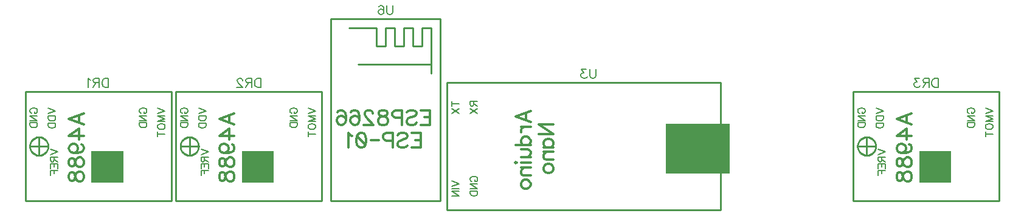
<source format=gbr>
G04 DipTrace 3.3.1.3*
G04 BottomSilk.gbr*
%MOIN*%
G04 #@! TF.FileFunction,Legend,Bot*
G04 #@! TF.Part,Single*
%ADD10C,0.009843*%
%ADD52C,0.00772*%
%ADD53C,0.012351*%
%ADD54C,0.006176*%
%FSLAX26Y26*%
G04*
G70*
G90*
G75*
G01*
G04 BotSilk*
%LPD*%
X2756200Y1218700D2*
D10*
X4256135D1*
Y518681D1*
X2756200D1*
Y1218700D1*
G36*
X3956210Y993674D2*
X4306200D1*
Y718697D1*
X3956210D1*
Y993674D1*
G37*
X443700Y1168700D2*
D10*
X1243700D1*
Y568700D1*
X443700D1*
Y1168700D1*
X468660Y868700D2*
X468782Y872186D1*
X469147Y875656D1*
X469753Y879091D1*
X470598Y882476D1*
X471678Y885794D1*
X472986Y889029D1*
X474517Y892164D1*
X476264Y895185D1*
X478217Y898078D1*
X480367Y900827D1*
X482704Y903419D1*
X485217Y905842D1*
X487892Y908085D1*
X490718Y910135D1*
X493680Y911984D1*
X496764Y913622D1*
X499955Y915041D1*
X503237Y916234D1*
X506594Y917195D1*
X510011Y917921D1*
X513469Y918406D1*
X516954Y918650D1*
X520446D1*
X523931Y918406D1*
X527389Y917921D1*
X530806Y917195D1*
X534163Y916234D1*
X537445Y915041D1*
X540636Y913622D1*
X543720Y911984D1*
X546682Y910135D1*
X549508Y908085D1*
X552183Y905842D1*
X554696Y903419D1*
X557033Y900827D1*
X559183Y898078D1*
X561136Y895185D1*
X562883Y892164D1*
X564414Y889029D1*
X565722Y885794D1*
X566802Y882476D1*
X567647Y879091D1*
X568253Y875656D1*
X568618Y872186D1*
X568740Y868700D1*
X568618Y865214D1*
X568253Y861744D1*
X567647Y858309D1*
X566802Y854924D1*
X565722Y851606D1*
X564414Y848371D1*
X562883Y845236D1*
X561136Y842215D1*
X559183Y839322D1*
X557033Y836573D1*
X554696Y833981D1*
X552183Y831558D1*
X549508Y829315D1*
X546682Y827265D1*
X543720Y825416D1*
X540636Y823778D1*
X537445Y822359D1*
X534163Y821166D1*
X530806Y820205D1*
X527389Y819479D1*
X523931Y818994D1*
X520446Y818750D1*
X516954D1*
X513469Y818994D1*
X510011Y819479D1*
X506594Y820205D1*
X503237Y821166D1*
X499955Y822359D1*
X496764Y823778D1*
X493680Y825416D1*
X490718Y827265D1*
X487892Y829315D1*
X485217Y831558D1*
X482704Y833981D1*
X480367Y836573D1*
X478217Y839322D1*
X476264Y842215D1*
X474517Y845236D1*
X472986Y848371D1*
X471678Y851606D1*
X470598Y854924D1*
X469753Y858309D1*
X469147Y861744D1*
X468782Y865214D1*
X468660Y868700D1*
X568740D1*
X518740Y918680D2*
Y818720D1*
G36*
X806180Y843680D2*
X981220D1*
Y668720D1*
X806180D1*
Y843680D1*
G37*
X1268700Y1168700D2*
D10*
X2068700D1*
Y568700D1*
X1268700D1*
Y1168700D1*
X1293660Y868700D2*
X1293782Y872186D1*
X1294147Y875656D1*
X1294753Y879091D1*
X1295598Y882476D1*
X1296678Y885794D1*
X1297986Y889029D1*
X1299517Y892164D1*
X1301264Y895185D1*
X1303217Y898078D1*
X1305367Y900827D1*
X1307704Y903419D1*
X1310217Y905842D1*
X1312892Y908085D1*
X1315718Y910135D1*
X1318680Y911984D1*
X1321764Y913622D1*
X1324955Y915041D1*
X1328237Y916234D1*
X1331594Y917195D1*
X1335011Y917921D1*
X1338469Y918406D1*
X1341954Y918650D1*
X1345446D1*
X1348931Y918406D1*
X1352389Y917921D1*
X1355806Y917195D1*
X1359163Y916234D1*
X1362445Y915041D1*
X1365636Y913622D1*
X1368720Y911984D1*
X1371682Y910135D1*
X1374508Y908085D1*
X1377183Y905842D1*
X1379696Y903419D1*
X1382033Y900827D1*
X1384183Y898078D1*
X1386136Y895185D1*
X1387883Y892164D1*
X1389414Y889029D1*
X1390722Y885794D1*
X1391802Y882476D1*
X1392647Y879091D1*
X1393253Y875656D1*
X1393618Y872186D1*
X1393740Y868700D1*
X1393618Y865214D1*
X1393253Y861744D1*
X1392647Y858309D1*
X1391802Y854924D1*
X1390722Y851606D1*
X1389414Y848371D1*
X1387883Y845236D1*
X1386136Y842215D1*
X1384183Y839322D1*
X1382033Y836573D1*
X1379696Y833981D1*
X1377183Y831558D1*
X1374508Y829315D1*
X1371682Y827265D1*
X1368720Y825416D1*
X1365636Y823778D1*
X1362445Y822359D1*
X1359163Y821166D1*
X1355806Y820205D1*
X1352389Y819479D1*
X1348931Y818994D1*
X1345446Y818750D1*
X1341954D1*
X1338469Y818994D1*
X1335011Y819479D1*
X1331594Y820205D1*
X1328237Y821166D1*
X1324955Y822359D1*
X1321764Y823778D1*
X1318680Y825416D1*
X1315718Y827265D1*
X1312892Y829315D1*
X1310217Y831558D1*
X1307704Y833981D1*
X1305367Y836573D1*
X1303217Y839322D1*
X1301264Y842215D1*
X1299517Y845236D1*
X1297986Y848371D1*
X1296678Y851606D1*
X1295598Y854924D1*
X1294753Y858309D1*
X1294147Y861744D1*
X1293782Y865214D1*
X1293660Y868700D1*
X1393740D1*
X1343740Y918680D2*
Y818720D1*
G36*
X1631180Y843680D2*
X1806220D1*
Y668720D1*
X1631180D1*
Y843680D1*
G37*
X4981200Y1168700D2*
D10*
X5781200D1*
Y568700D1*
X4981200D1*
Y1168700D1*
X5006160Y868700D2*
X5006282Y872186D1*
X5006647Y875656D1*
X5007253Y879091D1*
X5008098Y882476D1*
X5009178Y885794D1*
X5010486Y889029D1*
X5012017Y892164D1*
X5013764Y895185D1*
X5015717Y898078D1*
X5017867Y900827D1*
X5020204Y903419D1*
X5022717Y905842D1*
X5025392Y908085D1*
X5028218Y910135D1*
X5031180Y911984D1*
X5034264Y913622D1*
X5037455Y915041D1*
X5040737Y916234D1*
X5044094Y917195D1*
X5047511Y917921D1*
X5050969Y918406D1*
X5054454Y918650D1*
X5057946D1*
X5061431Y918406D1*
X5064889Y917921D1*
X5068306Y917195D1*
X5071663Y916234D1*
X5074945Y915041D1*
X5078136Y913622D1*
X5081220Y911984D1*
X5084182Y910135D1*
X5087008Y908085D1*
X5089683Y905842D1*
X5092196Y903419D1*
X5094533Y900827D1*
X5096683Y898078D1*
X5098636Y895185D1*
X5100383Y892164D1*
X5101914Y889029D1*
X5103222Y885794D1*
X5104302Y882476D1*
X5105147Y879091D1*
X5105753Y875656D1*
X5106118Y872186D1*
X5106240Y868700D1*
X5106118Y865214D1*
X5105753Y861744D1*
X5105147Y858309D1*
X5104302Y854924D1*
X5103222Y851606D1*
X5101914Y848371D1*
X5100383Y845236D1*
X5098636Y842215D1*
X5096683Y839322D1*
X5094533Y836573D1*
X5092196Y833981D1*
X5089683Y831558D1*
X5087008Y829315D1*
X5084182Y827265D1*
X5081220Y825416D1*
X5078136Y823778D1*
X5074945Y822359D1*
X5071663Y821166D1*
X5068306Y820205D1*
X5064889Y819479D1*
X5061431Y818994D1*
X5057946Y818750D1*
X5054454D1*
X5050969Y818994D1*
X5047511Y819479D1*
X5044094Y820205D1*
X5040737Y821166D1*
X5037455Y822359D1*
X5034264Y823778D1*
X5031180Y825416D1*
X5028218Y827265D1*
X5025392Y829315D1*
X5022717Y831558D1*
X5020204Y833981D1*
X5017867Y836573D1*
X5015717Y839322D1*
X5013764Y842215D1*
X5012017Y845236D1*
X5010486Y848371D1*
X5009178Y851606D1*
X5008098Y854924D1*
X5007253Y858309D1*
X5006647Y861744D1*
X5006282Y865214D1*
X5006160Y868700D1*
X5106240D1*
X5056240Y918680D2*
Y818720D1*
G36*
X5343680Y843680D2*
X5518720D1*
Y668720D1*
X5343680D1*
Y843680D1*
G37*
X2718700Y568700D2*
D10*
X2118700D1*
Y1568700D1*
X2718700D1*
Y568700D1*
X2218720Y1518700D2*
X2368720D1*
Y1418700D1*
X2418700D1*
Y1518700D1*
X2468680D1*
Y1418700D1*
X2518720D1*
Y1518700D1*
X2568700D1*
Y1418700D1*
X2618680D1*
Y1518700D1*
X2668720D1*
Y1318700D1*
X2268700D1*
X2668720D2*
Y1268700D1*
X3572413Y1291923D2*
D52*
Y1256053D1*
X3570036Y1248868D1*
X3565228Y1244115D1*
X3558043Y1241683D1*
X3553290D1*
X3546105Y1244115D1*
X3541296Y1248868D1*
X3538920Y1256053D1*
Y1291923D1*
X3518672Y1291868D2*
X3492419D1*
X3506734Y1272745D1*
X3499549D1*
X3494795Y1270368D1*
X3492419Y1267991D1*
X3489987Y1260806D1*
Y1256053D1*
X3492419Y1248868D1*
X3497172Y1244060D1*
X3504357Y1241683D1*
X3511542D1*
X3518672Y1244060D1*
X3521049Y1246492D1*
X3523480Y1251245D1*
X898629Y1241923D2*
Y1191683D1*
X881883D1*
X874698Y1194115D1*
X869889Y1198868D1*
X867513Y1203677D1*
X865136Y1210806D1*
Y1222800D1*
X867513Y1229985D1*
X869889Y1234738D1*
X874698Y1239546D1*
X881883Y1241923D1*
X898629D1*
X849697Y1217991D2*
X828197D1*
X821012Y1220423D1*
X818580Y1222800D1*
X816203Y1227553D1*
Y1232361D1*
X818580Y1237115D1*
X821012Y1239546D1*
X828197Y1241923D1*
X849697D1*
Y1191683D1*
X832950Y1217991D2*
X816203Y1191683D1*
X800764Y1232306D2*
X795956Y1234738D1*
X788771Y1241868D1*
Y1191683D1*
X1734379Y1241923D2*
Y1191683D1*
X1717633D1*
X1710448Y1194115D1*
X1705639Y1198868D1*
X1703263Y1203677D1*
X1700886Y1210806D1*
Y1222800D1*
X1703263Y1229985D1*
X1705639Y1234738D1*
X1710448Y1239546D1*
X1717633Y1241923D1*
X1734379D1*
X1685447Y1217991D2*
X1663947D1*
X1656762Y1220423D1*
X1654330Y1222800D1*
X1651953Y1227553D1*
Y1232361D1*
X1654330Y1237115D1*
X1656762Y1239546D1*
X1663947Y1241923D1*
X1685447D1*
Y1191683D1*
X1668700Y1217991D2*
X1651953Y1191683D1*
X1634082Y1229930D2*
Y1232306D1*
X1631706Y1237115D1*
X1629329Y1239491D1*
X1624521Y1241868D1*
X1614959D1*
X1610206Y1239491D1*
X1607829Y1237115D1*
X1605397Y1232306D1*
Y1227553D1*
X1607829Y1222745D1*
X1612582Y1215615D1*
X1636514Y1191683D1*
X1603021D1*
X5446879Y1241923D2*
Y1191683D1*
X5430133D1*
X5422948Y1194115D1*
X5418139Y1198868D1*
X5415763Y1203677D1*
X5413386Y1210806D1*
Y1222800D1*
X5415763Y1229985D1*
X5418139Y1234738D1*
X5422948Y1239546D1*
X5430133Y1241923D1*
X5446879D1*
X5397947Y1217991D2*
X5376447D1*
X5369262Y1220423D1*
X5366830Y1222800D1*
X5364453Y1227553D1*
Y1232361D1*
X5366830Y1237115D1*
X5369262Y1239546D1*
X5376447Y1241923D1*
X5397947D1*
Y1191683D1*
X5381200Y1217991D2*
X5364453Y1191683D1*
X5344206Y1241868D2*
X5317953D1*
X5332267Y1222745D1*
X5325082D1*
X5320329Y1220368D1*
X5317953Y1217991D1*
X5315521Y1210806D1*
Y1206053D1*
X5317953Y1198868D1*
X5322706Y1194060D1*
X5329891Y1191683D1*
X5337076D1*
X5344206Y1194060D1*
X5346582Y1196492D1*
X5349014Y1201245D1*
X2458697Y1641923D2*
Y1606053D1*
X2456320Y1598868D1*
X2451512Y1594115D1*
X2444327Y1591683D1*
X2439574D1*
X2432389Y1594115D1*
X2427580Y1598868D1*
X2425204Y1606053D1*
Y1641923D1*
X2381080Y1634738D2*
X2383456Y1639491D1*
X2390641Y1641868D1*
X2395394D1*
X2402579Y1639491D1*
X2407388Y1632306D1*
X2409764Y1620368D1*
Y1608430D1*
X2407388Y1598868D1*
X2402579Y1594060D1*
X2395394Y1591683D1*
X2393018D1*
X2385888Y1594060D1*
X2381080Y1598868D1*
X2378703Y1606053D1*
Y1608430D1*
X2381080Y1615615D1*
X2385888Y1620368D1*
X2393018Y1622745D1*
X2395394D1*
X2402579Y1620368D1*
X2407388Y1615615D1*
X2409764Y1608430D1*
X3213708Y1001229D2*
D53*
X3133324Y1031914D1*
X3213708Y1062511D1*
X3186913Y1051015D2*
Y1012725D1*
X3160119Y976526D2*
X3213708D1*
X3183111D2*
X3171615Y972635D1*
X3163921Y965030D1*
X3160119Y957336D1*
Y945840D1*
X3133324Y875241D2*
X3213708D1*
X3171615D2*
X3163921Y882847D1*
X3160119Y890540D1*
Y902036D1*
X3163921Y909641D1*
X3171615Y917335D1*
X3183111Y921137D1*
X3190716D1*
X3202212Y917335D1*
X3209817Y909641D1*
X3213708Y902036D1*
Y890540D1*
X3209817Y882847D1*
X3202212Y875241D1*
X3160119Y850539D2*
X3198409D1*
X3209817Y846736D1*
X3213708Y839043D1*
Y827547D1*
X3209817Y819941D1*
X3198409Y808445D1*
X3160119D2*
X3213708D1*
X3133324Y783743D2*
X3137127Y779940D1*
X3133324Y776049D1*
X3129433Y779940D1*
X3133324Y783743D1*
X3160119Y779940D2*
X3213708D1*
X3160119Y751346D2*
X3213708D1*
X3175417D2*
X3163921Y739850D1*
X3160119Y732157D1*
Y720749D1*
X3163921Y713056D1*
X3175417Y709253D1*
X3213708D1*
X3160119Y665449D2*
X3163921Y673054D1*
X3171615Y680748D1*
X3183111Y684550D1*
X3190716D1*
X3202212Y680748D1*
X3209817Y673054D1*
X3213708Y665449D1*
Y653953D1*
X3209817Y646260D1*
X3202212Y638655D1*
X3190716Y634764D1*
X3183111D1*
X3171615Y638655D1*
X3163921Y646260D1*
X3160119Y653953D1*
Y665449D1*
X3258409Y933939D2*
X3338793D1*
X3258409Y987528D1*
X3338793D1*
X3285204Y863340D2*
X3338793D1*
X3296700D2*
X3289006Y870945D1*
X3285204Y878639D1*
Y890046D1*
X3289006Y897740D1*
X3296700Y905345D1*
X3308196Y909236D1*
X3315801D1*
X3327297Y905345D1*
X3334902Y897740D1*
X3338793Y890046D1*
Y878639D1*
X3334902Y870945D1*
X3327297Y863340D1*
X3285204Y838637D2*
X3338793D1*
X3300502D2*
X3289006Y827141D1*
X3285204Y819448D1*
Y808040D1*
X3289006Y800347D1*
X3300502Y796544D1*
X3338793D1*
X3285204Y752740D2*
X3289006Y760345D1*
X3296700Y768039D1*
X3308196Y771841D1*
X3315801D1*
X3327297Y768039D1*
X3334902Y760345D1*
X3338793Y752740D1*
Y741244D1*
X3334902Y733551D1*
X3327297Y725945D1*
X3315801Y722055D1*
X3308196D1*
X3296700Y725945D1*
X3289006Y733551D1*
X3285204Y741244D1*
Y752740D1*
X2782322Y678121D2*
D54*
X2822514Y662823D1*
X2782322Y647524D1*
Y635173D2*
X2822514D1*
X2782322Y596027D2*
X2822514D1*
X2782322Y622821D1*
X2822514D1*
X2891848Y674460D2*
X2888045Y676361D1*
X2884198Y680208D1*
X2882297Y684010D1*
Y691659D1*
X2884198Y695506D1*
X2888045Y699309D1*
X2891848Y701254D1*
X2897596Y703155D1*
X2907190D1*
X2912894Y701254D1*
X2916741Y699309D1*
X2920543Y695506D1*
X2922489Y691659D1*
Y684010D1*
X2920543Y680208D1*
X2916741Y676361D1*
X2912894Y674460D1*
X2907190D1*
Y684010D1*
X2882297Y635314D2*
X2922489Y635313D1*
X2882297Y662108D1*
X2922489D1*
X2882297Y622962D2*
X2922489D1*
Y609565D1*
X2920544Y603817D1*
X2916741Y599970D1*
X2912894Y598069D1*
X2907190Y596168D1*
X2897596D1*
X2891848Y598069D1*
X2888045Y599970D1*
X2884198Y603817D1*
X2882297Y609565D1*
Y622962D1*
X2782322Y1102215D2*
X2822514D1*
X2782322Y1115613D2*
Y1088818D1*
Y1076467D2*
X2822514Y1049672D1*
X2782322D2*
X2822514Y1076466D1*
X2901442Y1115613D2*
Y1098413D1*
X2899497Y1092665D1*
X2897596Y1090719D1*
X2893793Y1088818D1*
X2889946D1*
X2886144Y1090719D1*
X2884198Y1092665D1*
X2882297Y1098413D1*
Y1115613D1*
X2922489D1*
X2901442Y1102215D2*
X2922489Y1088818D1*
X2882297Y1076467D2*
X2922489Y1049672D1*
X2882297D2*
X2922489Y1076466D1*
X479298Y1049440D2*
X475495Y1051341D1*
X471648Y1055188D1*
X469747Y1058991D1*
Y1066640D1*
X471648Y1070487D1*
X475495Y1074289D1*
X479298Y1076235D1*
X485046Y1078136D1*
X494640D1*
X500344Y1076235D1*
X504191Y1074289D1*
X507993Y1070487D1*
X509939Y1066640D1*
Y1058991D1*
X507993Y1055188D1*
X504191Y1051341D1*
X500344Y1049440D1*
X494640D1*
Y1058991D1*
X469747Y1010294D2*
X509939D1*
X469747Y1037089D1*
X509939D1*
X469747Y997943D2*
X509939D1*
Y984545D1*
X507994Y978797D1*
X504191Y974951D1*
X500344Y973049D1*
X494640Y971148D1*
X485046D1*
X479298Y973049D1*
X475495Y974951D1*
X471648Y978797D1*
X469747Y984545D1*
Y997943D1*
X582307Y853137D2*
X622499Y837838D1*
X582307Y822539D1*
X601452Y810188D2*
Y792988D1*
X599507Y787240D1*
X597606Y785295D1*
X593803Y783393D1*
X589956D1*
X586154Y785295D1*
X584208Y787240D1*
X582307Y792988D1*
Y810188D1*
X622499D1*
X601452Y796791D2*
X622499Y783393D1*
X582307Y746193D2*
Y771042D1*
X622499D1*
Y746193D1*
X601452Y771042D2*
Y755743D1*
X582307Y708948D2*
Y733841D1*
X622499D1*
X601452D2*
Y718543D1*
X569747Y1078117D2*
X609939Y1062819D1*
X569747Y1047520D1*
Y1035169D2*
X609939D1*
Y1021771D1*
X607994Y1016023D1*
X604191Y1012176D1*
X600344Y1010275D1*
X594640Y1008374D1*
X585046D1*
X579298Y1010275D1*
X575495Y1012177D1*
X571648Y1016023D1*
X569747Y1021771D1*
Y1035169D1*
Y996023D2*
X609939D1*
Y982625D1*
X607994Y976877D1*
X604191Y973031D1*
X600344Y971129D1*
X594640Y969228D1*
X585046D1*
X579298Y971129D1*
X575495Y973031D1*
X571648Y976877D1*
X569747Y982625D1*
Y996023D1*
X763698Y988727D2*
D53*
X683314Y1019413D1*
X763698Y1050010D1*
X736903Y1038514D2*
Y1000223D1*
X763698Y925734D2*
X683402D1*
X736903Y964025D1*
Y906633D1*
X710109Y832143D2*
X721605Y836034D1*
X729298Y843639D1*
X733101Y855135D1*
Y858938D1*
X729298Y870434D1*
X721605Y878039D1*
X710109Y881930D1*
X706306D1*
X694810Y878039D1*
X687205Y870434D1*
X683402Y858938D1*
Y855135D1*
X687205Y843639D1*
X694810Y836034D1*
X710109Y832143D1*
X729298D1*
X748399Y836034D1*
X759895Y843639D1*
X763698Y855135D1*
Y862740D1*
X759895Y874236D1*
X752202Y878039D1*
X683402Y788339D2*
X687205Y799747D1*
X694810Y803638D1*
X702504D1*
X710109Y799747D1*
X714000Y792142D1*
X717802Y776843D1*
X721605Y765347D1*
X729298Y757742D1*
X736903Y753939D1*
X748399D1*
X756004Y757742D1*
X759895Y761545D1*
X763698Y773041D1*
Y788339D1*
X759895Y799747D1*
X756004Y803638D1*
X748399Y807440D1*
X736903D1*
X729298Y803638D1*
X721605Y795944D1*
X717802Y784537D1*
X714000Y769238D1*
X710109Y761545D1*
X702504Y757742D1*
X694810D1*
X687205Y761545D1*
X683402Y773041D1*
Y788339D1*
Y710136D2*
X687205Y721543D1*
X694810Y725434D1*
X702504D1*
X710109Y721543D1*
X714000Y713938D1*
X717802Y698640D1*
X721605Y687143D1*
X729298Y679538D1*
X736903Y675736D1*
X748399D1*
X756004Y679538D1*
X759895Y683341D1*
X763698Y694837D1*
Y710136D1*
X759895Y721543D1*
X756004Y725434D1*
X748399Y729237D1*
X736903D1*
X729298Y725434D1*
X721605Y717741D1*
X717802Y706333D1*
X714000Y691034D1*
X710109Y683341D1*
X702503Y679538D1*
X694810D1*
X687205Y683341D1*
X683402Y694837D1*
Y710136D1*
X1079298Y1049440D2*
D54*
X1075495Y1051341D1*
X1071648Y1055188D1*
X1069747Y1058991D1*
Y1066640D1*
X1071648Y1070487D1*
X1075495Y1074289D1*
X1079298Y1076235D1*
X1085046Y1078136D1*
X1094640D1*
X1100344Y1076235D1*
X1104191Y1074289D1*
X1107993Y1070487D1*
X1109939Y1066640D1*
Y1058991D1*
X1107993Y1055188D1*
X1104191Y1051341D1*
X1100344Y1049440D1*
X1094640D1*
Y1058991D1*
X1069747Y1010294D2*
X1109939D1*
X1069747Y1037089D1*
X1109939D1*
X1069747Y997943D2*
X1109939D1*
Y984545D1*
X1107994Y978797D1*
X1104191Y974951D1*
X1100344Y973049D1*
X1094640Y971148D1*
X1085046D1*
X1079298Y973049D1*
X1075495Y974951D1*
X1071648Y978797D1*
X1069747Y984545D1*
Y997943D1*
X1169747Y1078128D2*
X1209939Y1062830D1*
X1169747Y1047531D1*
X1209939Y1004583D2*
X1169747D1*
X1209939Y1019881D1*
X1169747Y1035180D1*
X1209939D1*
X1169747Y980735D2*
X1171648Y984582D1*
X1175495Y988384D1*
X1179298Y990330D1*
X1185046Y992231D1*
X1194640D1*
X1200344Y990330D1*
X1204191Y988384D1*
X1207994Y984582D1*
X1209939Y980735D1*
Y973086D1*
X1207994Y969283D1*
X1204191Y965436D1*
X1200344Y963535D1*
X1194640Y961634D1*
X1185046D1*
X1179298Y963535D1*
X1175495Y965437D1*
X1171648Y969283D1*
X1169747Y973086D1*
Y980735D1*
Y935885D2*
X1209939D1*
X1169747Y949283D2*
Y922488D1*
X1304298Y1049440D2*
X1300495Y1051341D1*
X1296648Y1055188D1*
X1294747Y1058991D1*
Y1066640D1*
X1296648Y1070487D1*
X1300495Y1074289D1*
X1304298Y1076235D1*
X1310046Y1078136D1*
X1319640D1*
X1325344Y1076235D1*
X1329191Y1074289D1*
X1332993Y1070487D1*
X1334939Y1066640D1*
Y1058991D1*
X1332993Y1055188D1*
X1329191Y1051341D1*
X1325344Y1049440D1*
X1319640D1*
Y1058991D1*
X1294747Y1010294D2*
X1334939D1*
X1294747Y1037089D1*
X1334939D1*
X1294747Y997943D2*
X1334939D1*
Y984545D1*
X1332994Y978797D1*
X1329191Y974951D1*
X1325344Y973049D1*
X1319640Y971148D1*
X1310046D1*
X1304298Y973049D1*
X1300495Y974951D1*
X1296648Y978797D1*
X1294747Y984545D1*
Y997943D1*
X1407307Y853137D2*
X1447499Y837838D1*
X1407307Y822539D1*
X1426452Y810188D2*
Y792988D1*
X1424507Y787240D1*
X1422606Y785295D1*
X1418803Y783393D1*
X1414956D1*
X1411154Y785295D1*
X1409208Y787240D1*
X1407307Y792988D1*
Y810188D1*
X1447499D1*
X1426452Y796791D2*
X1447499Y783393D1*
X1407307Y746193D2*
Y771042D1*
X1447499D1*
Y746193D1*
X1426452Y771042D2*
Y755743D1*
X1407307Y708948D2*
Y733841D1*
X1447499D1*
X1426452D2*
Y718543D1*
X1394747Y1078117D2*
X1434939Y1062819D1*
X1394747Y1047520D1*
Y1035169D2*
X1434939D1*
Y1021771D1*
X1432994Y1016023D1*
X1429191Y1012176D1*
X1425344Y1010275D1*
X1419640Y1008374D1*
X1410046D1*
X1404298Y1010275D1*
X1400495Y1012177D1*
X1396648Y1016023D1*
X1394747Y1021771D1*
Y1035169D1*
Y996023D2*
X1434939D1*
Y982625D1*
X1432994Y976877D1*
X1429191Y973031D1*
X1425344Y971129D1*
X1419640Y969228D1*
X1410046D1*
X1404298Y971129D1*
X1400495Y973031D1*
X1396648Y976877D1*
X1394747Y982625D1*
Y996023D1*
X1588698Y988727D2*
D53*
X1508314Y1019413D1*
X1588698Y1050010D1*
X1561903Y1038514D2*
Y1000223D1*
X1588698Y925734D2*
X1508402D1*
X1561903Y964025D1*
Y906633D1*
X1535109Y832143D2*
X1546605Y836034D1*
X1554298Y843639D1*
X1558101Y855135D1*
Y858938D1*
X1554298Y870434D1*
X1546605Y878039D1*
X1535109Y881930D1*
X1531306D1*
X1519810Y878039D1*
X1512205Y870434D1*
X1508402Y858938D1*
Y855135D1*
X1512205Y843639D1*
X1519810Y836034D1*
X1535109Y832143D1*
X1554298D1*
X1573399Y836034D1*
X1584895Y843639D1*
X1588698Y855135D1*
Y862740D1*
X1584895Y874236D1*
X1577202Y878039D1*
X1508402Y788339D2*
X1512205Y799747D1*
X1519810Y803638D1*
X1527504D1*
X1535109Y799747D1*
X1539000Y792142D1*
X1542802Y776843D1*
X1546605Y765347D1*
X1554298Y757742D1*
X1561903Y753939D1*
X1573399D1*
X1581004Y757742D1*
X1584895Y761545D1*
X1588698Y773041D1*
Y788339D1*
X1584895Y799747D1*
X1581004Y803638D1*
X1573399Y807440D1*
X1561903D1*
X1554298Y803638D1*
X1546605Y795944D1*
X1542802Y784537D1*
X1539000Y769238D1*
X1535109Y761545D1*
X1527504Y757742D1*
X1519810D1*
X1512205Y761545D1*
X1508402Y773041D1*
Y788339D1*
Y710136D2*
X1512205Y721543D1*
X1519810Y725434D1*
X1527504D1*
X1535109Y721543D1*
X1539000Y713938D1*
X1542802Y698640D1*
X1546605Y687143D1*
X1554298Y679538D1*
X1561903Y675736D1*
X1573399D1*
X1581004Y679538D1*
X1584895Y683341D1*
X1588698Y694837D1*
Y710136D1*
X1584895Y721543D1*
X1581004Y725434D1*
X1573399Y729237D1*
X1561903D1*
X1554298Y725434D1*
X1546605Y717741D1*
X1542802Y706333D1*
X1539000Y691034D1*
X1535109Y683341D1*
X1527503Y679538D1*
X1519810D1*
X1512205Y683341D1*
X1508402Y694837D1*
Y710136D1*
X1904298Y1049440D2*
D54*
X1900495Y1051341D1*
X1896648Y1055188D1*
X1894747Y1058991D1*
Y1066640D1*
X1896648Y1070487D1*
X1900495Y1074289D1*
X1904298Y1076235D1*
X1910046Y1078136D1*
X1919640D1*
X1925344Y1076235D1*
X1929191Y1074289D1*
X1932993Y1070487D1*
X1934939Y1066640D1*
Y1058991D1*
X1932993Y1055188D1*
X1929191Y1051341D1*
X1925344Y1049440D1*
X1919640D1*
Y1058991D1*
X1894747Y1010294D2*
X1934939D1*
X1894747Y1037089D1*
X1934939D1*
X1894747Y997943D2*
X1934939D1*
Y984545D1*
X1932994Y978797D1*
X1929191Y974951D1*
X1925344Y973049D1*
X1919640Y971148D1*
X1910046D1*
X1904298Y973049D1*
X1900495Y974951D1*
X1896648Y978797D1*
X1894747Y984545D1*
Y997943D1*
X1994747Y1078128D2*
X2034939Y1062830D1*
X1994747Y1047531D1*
X2034939Y1004583D2*
X1994747D1*
X2034939Y1019881D1*
X1994747Y1035180D1*
X2034939D1*
X1994747Y980735D2*
X1996648Y984582D1*
X2000495Y988384D1*
X2004298Y990330D1*
X2010046Y992231D1*
X2019640D1*
X2025344Y990330D1*
X2029191Y988384D1*
X2032994Y984582D1*
X2034939Y980735D1*
Y973086D1*
X2032994Y969283D1*
X2029191Y965436D1*
X2025344Y963535D1*
X2019640Y961634D1*
X2010046D1*
X2004298Y963535D1*
X2000495Y965437D1*
X1996648Y969283D1*
X1994747Y973086D1*
Y980735D1*
Y935885D2*
X2034939D1*
X1994747Y949283D2*
Y922488D1*
X5016798Y1049440D2*
X5012995Y1051341D1*
X5009148Y1055188D1*
X5007247Y1058991D1*
Y1066640D1*
X5009148Y1070487D1*
X5012995Y1074289D1*
X5016798Y1076235D1*
X5022546Y1078136D1*
X5032140D1*
X5037844Y1076235D1*
X5041691Y1074289D1*
X5045493Y1070487D1*
X5047439Y1066640D1*
Y1058991D1*
X5045493Y1055188D1*
X5041691Y1051341D1*
X5037844Y1049440D1*
X5032140D1*
Y1058991D1*
X5007247Y1010294D2*
X5047439D1*
X5007247Y1037089D1*
X5047439D1*
X5007247Y997943D2*
X5047439D1*
Y984545D1*
X5045494Y978797D1*
X5041691Y974951D1*
X5037844Y973049D1*
X5032140Y971148D1*
X5022546D1*
X5016798Y973049D1*
X5012995Y974951D1*
X5009148Y978797D1*
X5007247Y984545D1*
Y997943D1*
X5119807Y853137D2*
X5159999Y837838D1*
X5119807Y822539D1*
X5138952Y810188D2*
Y792988D1*
X5137007Y787240D1*
X5135106Y785295D1*
X5131303Y783393D1*
X5127456D1*
X5123654Y785295D1*
X5121708Y787240D1*
X5119807Y792988D1*
Y810188D1*
X5159999D1*
X5138952Y796791D2*
X5159999Y783393D1*
X5119807Y746193D2*
Y771042D1*
X5159999D1*
Y746193D1*
X5138952Y771042D2*
Y755743D1*
X5119807Y708948D2*
Y733841D1*
X5159999D1*
X5138952D2*
Y718543D1*
X5107247Y1078117D2*
X5147439Y1062819D1*
X5107247Y1047520D1*
Y1035169D2*
X5147439D1*
Y1021771D1*
X5145494Y1016023D1*
X5141691Y1012176D1*
X5137844Y1010275D1*
X5132140Y1008374D1*
X5122546D1*
X5116798Y1010275D1*
X5112995Y1012177D1*
X5109148Y1016023D1*
X5107247Y1021771D1*
Y1035169D1*
Y996023D2*
X5147439D1*
Y982625D1*
X5145494Y976877D1*
X5141691Y973031D1*
X5137844Y971129D1*
X5132140Y969228D1*
X5122546D1*
X5116798Y971129D1*
X5112995Y973031D1*
X5109148Y976877D1*
X5107247Y982625D1*
Y996023D1*
X5301198Y988727D2*
D53*
X5220814Y1019413D1*
X5301198Y1050010D1*
X5274403Y1038514D2*
Y1000223D1*
X5301198Y925734D2*
X5220902D1*
X5274403Y964025D1*
Y906633D1*
X5247609Y832143D2*
X5259105Y836034D1*
X5266798Y843639D1*
X5270601Y855135D1*
Y858938D1*
X5266798Y870434D1*
X5259105Y878039D1*
X5247609Y881930D1*
X5243806D1*
X5232310Y878039D1*
X5224705Y870434D1*
X5220902Y858938D1*
Y855135D1*
X5224705Y843639D1*
X5232310Y836034D1*
X5247609Y832143D1*
X5266798D1*
X5285899Y836034D1*
X5297395Y843639D1*
X5301198Y855135D1*
Y862740D1*
X5297395Y874236D1*
X5289702Y878039D1*
X5220902Y788339D2*
X5224705Y799747D1*
X5232310Y803638D1*
X5240004D1*
X5247609Y799747D1*
X5251500Y792142D1*
X5255302Y776843D1*
X5259105Y765347D1*
X5266798Y757742D1*
X5274403Y753939D1*
X5285899D1*
X5293504Y757742D1*
X5297395Y761545D1*
X5301198Y773041D1*
Y788339D1*
X5297395Y799747D1*
X5293504Y803638D1*
X5285899Y807440D1*
X5274403D1*
X5266798Y803638D1*
X5259105Y795944D1*
X5255302Y784537D1*
X5251500Y769238D1*
X5247609Y761545D1*
X5240004Y757742D1*
X5232310D1*
X5224705Y761545D1*
X5220902Y773041D1*
Y788339D1*
Y710136D2*
X5224705Y721543D1*
X5232310Y725434D1*
X5240004D1*
X5247609Y721543D1*
X5251500Y713938D1*
X5255302Y698640D1*
X5259105Y687143D1*
X5266798Y679538D1*
X5274403Y675736D1*
X5285899D1*
X5293504Y679538D1*
X5297395Y683341D1*
X5301198Y694837D1*
Y710136D1*
X5297395Y721543D1*
X5293504Y725434D1*
X5285899Y729237D1*
X5274403D1*
X5266798Y725434D1*
X5259105Y717741D1*
X5255302Y706333D1*
X5251500Y691034D1*
X5247609Y683341D1*
X5240003Y679538D1*
X5232310D1*
X5224705Y683341D1*
X5220902Y694837D1*
Y710136D1*
X5616798Y1049440D2*
D54*
X5612995Y1051341D1*
X5609148Y1055188D1*
X5607247Y1058991D1*
Y1066640D1*
X5609148Y1070487D1*
X5612995Y1074289D1*
X5616798Y1076235D1*
X5622546Y1078136D1*
X5632140D1*
X5637844Y1076235D1*
X5641691Y1074289D1*
X5645493Y1070487D1*
X5647439Y1066640D1*
Y1058991D1*
X5645493Y1055188D1*
X5641691Y1051341D1*
X5637844Y1049440D1*
X5632140D1*
Y1058991D1*
X5607247Y1010294D2*
X5647439D1*
X5607247Y1037089D1*
X5647439D1*
X5607247Y997943D2*
X5647439D1*
Y984545D1*
X5645494Y978797D1*
X5641691Y974951D1*
X5637844Y973049D1*
X5632140Y971148D1*
X5622546D1*
X5616798Y973049D1*
X5612995Y974951D1*
X5609148Y978797D1*
X5607247Y984545D1*
Y997943D1*
X5707247Y1078128D2*
X5747439Y1062830D1*
X5707247Y1047531D1*
X5747439Y1004583D2*
X5707247D1*
X5747439Y1019881D1*
X5707247Y1035180D1*
X5747439D1*
X5707247Y980735D2*
X5709148Y984582D1*
X5712995Y988384D1*
X5716798Y990330D1*
X5722546Y992231D1*
X5732140D1*
X5737844Y990330D1*
X5741691Y988384D1*
X5745494Y984582D1*
X5747439Y980735D1*
Y973086D1*
X5745494Y969283D1*
X5741691Y965436D1*
X5737844Y963535D1*
X5732140Y961634D1*
X5722546D1*
X5716798Y963535D1*
X5712995Y965437D1*
X5709148Y969283D1*
X5707247Y973086D1*
Y980735D1*
Y935885D2*
X5747439D1*
X5707247Y949283D2*
Y922488D1*
X2612858Y1066566D2*
D53*
X2662556D1*
Y986182D1*
X2612858D1*
X2662556Y1028275D2*
X2631959D1*
X2534566Y1055070D2*
X2542171Y1062764D1*
X2553667Y1066566D1*
X2568966D1*
X2580462Y1062764D1*
X2588155Y1055070D1*
Y1047465D1*
X2584264Y1039771D1*
X2580462Y1035969D1*
X2572857Y1032166D1*
X2549865Y1024473D1*
X2542171Y1020670D1*
X2538369Y1016779D1*
X2534566Y1009174D1*
Y997678D1*
X2542171Y990073D1*
X2553667Y986182D1*
X2568966D1*
X2580462Y990073D1*
X2588155Y997678D1*
X2509863Y1024473D2*
X2475375D1*
X2463967Y1028275D1*
X2460076Y1032166D1*
X2456274Y1039771D1*
Y1051267D1*
X2460076Y1058873D1*
X2463967Y1062764D1*
X2475375Y1066566D1*
X2509863D1*
Y986182D1*
X2412470Y1066478D2*
X2423878Y1062675D1*
X2427769Y1055070D1*
Y1047377D1*
X2423878Y1039771D1*
X2416272Y1035880D1*
X2400974Y1032078D1*
X2389478Y1028275D1*
X2381873Y1020582D1*
X2378070Y1012977D1*
Y1001481D1*
X2381873Y993876D1*
X2385675Y989985D1*
X2397171Y986182D1*
X2412470D1*
X2423878Y989985D1*
X2427769Y993876D1*
X2431571Y1001481D1*
Y1012977D1*
X2427769Y1020582D1*
X2420075Y1028275D1*
X2408667Y1032078D1*
X2393369Y1035880D1*
X2385675Y1039771D1*
X2381873Y1047377D1*
Y1055070D1*
X2385675Y1062675D1*
X2397171Y1066478D1*
X2412470D1*
X2349476Y1047377D2*
Y1051179D1*
X2345674Y1058873D1*
X2341871Y1062675D1*
X2334178Y1066478D1*
X2318879D1*
X2311274Y1062675D1*
X2307472Y1058873D1*
X2303581Y1051179D1*
Y1043574D1*
X2307472Y1035880D1*
X2315077Y1024473D1*
X2353367Y986182D1*
X2299778D1*
X2229179Y1055070D2*
X2232982Y1062675D1*
X2244478Y1066478D1*
X2252083D1*
X2263579Y1062675D1*
X2271273Y1051179D1*
X2275075Y1032078D1*
Y1012977D1*
X2271273Y997678D1*
X2263579Y989985D1*
X2252083Y986182D1*
X2248281D1*
X2236873Y989985D1*
X2229179Y997678D1*
X2225377Y1009174D1*
Y1012977D1*
X2229179Y1024473D1*
X2236873Y1032078D1*
X2248281Y1035880D1*
X2252083D1*
X2263579Y1032078D1*
X2271273Y1024473D1*
X2275075Y1012977D1*
X2154778Y1055070D2*
X2158581Y1062675D1*
X2170077Y1066478D1*
X2177682D1*
X2189178Y1062675D1*
X2196872Y1051179D1*
X2200674Y1032078D1*
Y1012977D1*
X2196872Y997678D1*
X2189178Y989985D1*
X2177682Y986182D1*
X2173879D1*
X2162472Y989985D1*
X2154778Y997678D1*
X2150976Y1009174D1*
Y1012977D1*
X2154778Y1024473D1*
X2162472Y1032078D1*
X2173879Y1035880D1*
X2177682D1*
X2189178Y1032078D1*
X2196872Y1024473D1*
X2200674Y1012977D1*
X2562803Y941566D2*
X2612501D1*
Y861182D1*
X2562803D1*
X2612501Y903275D2*
X2581904D1*
X2484511Y930070D2*
X2492116Y937764D1*
X2503612Y941566D1*
X2518911D1*
X2530407Y937764D1*
X2538100Y930070D1*
Y922465D1*
X2534209Y914771D1*
X2530407Y910969D1*
X2522801Y907166D1*
X2499809Y899473D1*
X2492116Y895670D1*
X2488313Y891779D1*
X2484511Y884174D1*
Y872678D1*
X2492116Y865073D1*
X2503612Y861182D1*
X2518911D1*
X2530407Y865073D1*
X2538100Y872678D1*
X2459808Y899473D2*
X2425320D1*
X2413912Y903275D1*
X2410021Y907166D1*
X2406219Y914771D1*
Y926267D1*
X2410021Y933873D1*
X2413912Y937764D1*
X2425320Y941566D1*
X2459808D1*
Y861182D1*
X2381516Y901330D2*
X2337300D1*
X2289605Y941478D2*
X2301101Y937675D1*
X2308795Y926179D1*
X2312597Y907078D1*
Y895582D1*
X2308795Y876481D1*
X2301101Y864985D1*
X2289605Y861182D1*
X2282000D1*
X2270504Y864985D1*
X2262899Y876481D1*
X2259008Y895582D1*
Y907078D1*
X2262899Y926179D1*
X2270504Y937675D1*
X2282000Y941478D1*
X2289605D1*
X2262899Y926179D2*
X2308795Y876481D1*
X2234305Y926179D2*
X2226612Y930070D1*
X2215116Y941478D1*
Y861182D1*
M02*

</source>
